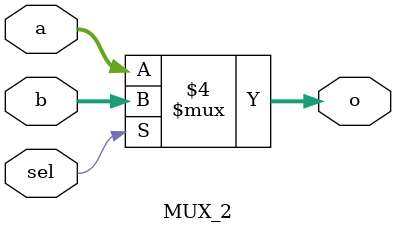
<source format=v>
`timescale 1ns / 1ps
module MUX_2(
   input [15:0]a,
	input [15:0]b,
	input sel,
	output reg[15:0]o
    );
	 
	 always @ (*)
	 begin
		if(sel == 0)
			o=a;
		else
			o=b;
	 end


endmodule

</source>
